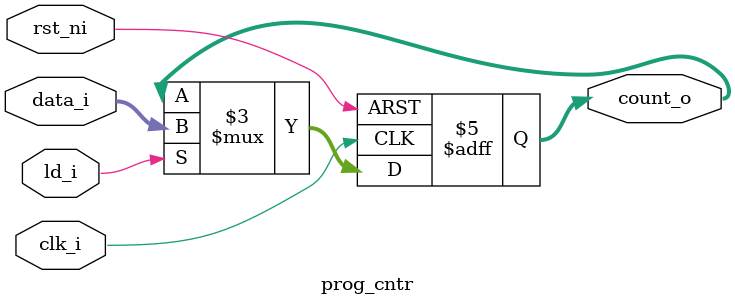
<source format=sv>
`timescale 1ns / 1ps

module prog_cntr (
    input clk_i,
    input rst_ni,
    
    input         ld_i,
    input [31:0]  data_i,
    
    output logic [31:0] count_o
);
    
    always_ff @(posedge clk_i or negedge rst_ni) begin
        if (!rst_ni)
            count_o <= '0;
        else if (ld_i)
            count_o <= data_i;
    end
    
endmodule

</source>
